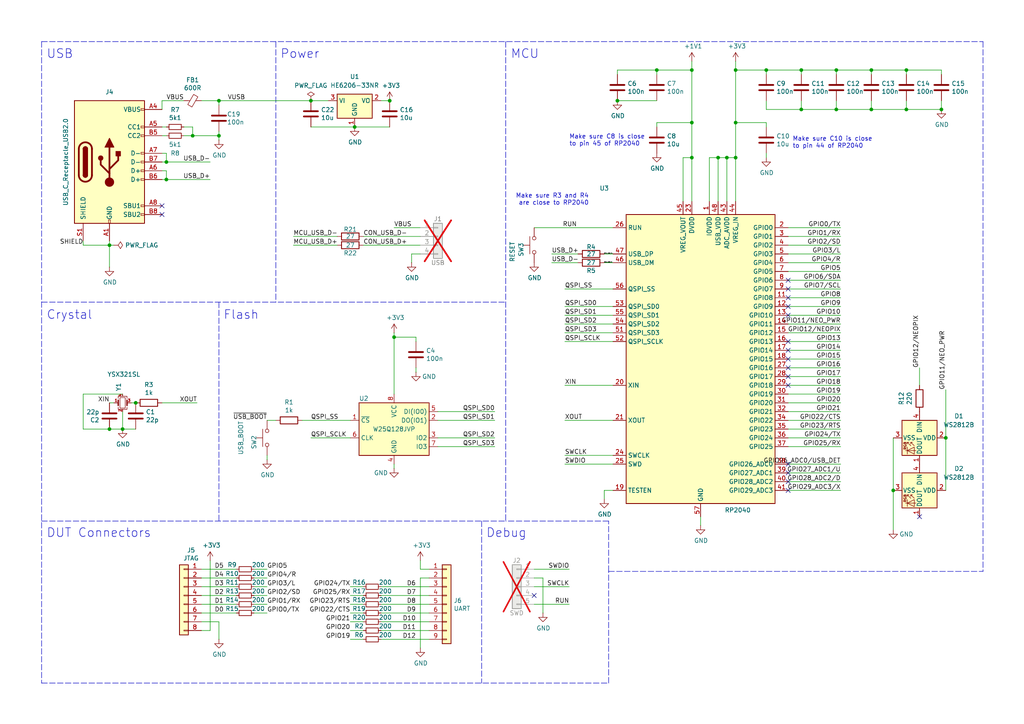
<source format=kicad_sch>
(kicad_sch (version 20231120) (generator "eeschema") (generator_version "8.0")
  (paper "A4")
  (title_block (title "Xiaomao JTAG and UART discovery tool") (date "2024-12-02") (rev "2.0a") (comment 1 "Rachel Mant <git@dragonmux.network>") (comment 2 "Joe FitzPatrick <joefitz@securinghw.com>") (comment 4 "License: CERN-OHL-S-2.0"))
  (junction (at 252.73 20.32))
  (junction (at 31.75 124.46))
  (junction (at 35.56 124.46))
  (junction (at 274.32 127))
  (junction (at 90.17 29.21))
  (junction (at 48.26 52.07))
  (junction (at 63.5 29.21))
  (junction (at 242.57 31.75))
  (junction (at 31.75 71.12))
  (junction (at 213.36 35.56))
  (junction (at 262.89 31.75))
  (junction (at 114.3 97.79))
  (junction (at 242.57 20.32))
  (junction (at 63.5 39.37))
  (junction (at 232.41 31.75))
  (junction (at 102.87 36.83))
  (junction (at 213.36 20.32))
  (junction (at 213.36 45.72))
  (junction (at 252.73 31.75))
  (junction (at 200.66 35.56))
  (junction (at 39.37 116.84))
  (junction (at 208.28 45.72))
  (junction (at 222.25 20.32))
  (junction (at 273.05 31.75))
  (junction (at 190.5 20.32))
  (junction (at 55.88 39.37))
  (junction (at 262.89 20.32))
  (junction (at 200.66 45.72))
  (junction (at 113.03 29.21))
  (junction (at 179.07 29.21))
  (junction (at 48.26 46.99))
  (junction (at 200.66 20.32))
  (junction (at 259.08 142.24))
  (junction (at 232.41 20.32))
  (junction (at 210.82 45.72))
  (no_connect (at 228.6 91.44))
  (no_connect (at 228.6 81.28))
  (no_connect (at 228.6 83.82))
  (no_connect (at 228.6 104.14))
  (no_connect (at 154.94 172.72))
  (no_connect (at 228.6 137.16))
  (no_connect (at 228.6 109.22))
  (no_connect (at 228.6 134.62))
  (no_connect (at 228.6 111.76))
  (no_connect (at 228.6 106.68))
  (no_connect (at 46.99 62.23))
  (no_connect (at 228.6 139.7))
  (no_connect (at 46.99 59.69))
  (no_connect (at 228.6 99.06))
  (no_connect (at 228.6 142.24))
  (no_connect (at 266.7 149.86))
  (no_connect (at 228.6 101.6))
  (no_connect (at 228.6 86.36))
  (no_connect (at 228.6 88.9))
  (wire (pts (xy 232.41 29.21) (xy 232.41 31.75)))
  (wire (pts (xy 177.8 83.82) (xy 163.83 83.82)))
  (wire (pts (xy 24.13 71.12) (xy 31.75 71.12)))
  (wire (pts (xy 101.6 170.18) (xy 105.41 170.18)))
  (wire (pts (xy 31.75 71.12) (xy 31.75 77.47)))
  (wire (pts (xy 228.6 116.84) (xy 243.84 116.84)))
  (wire (pts (xy 60.96 52.07) (xy 48.26 52.07)))
  (wire (pts (xy 73.66 175.26) (xy 77.47 175.26)))
  (wire (pts (xy 58.42 177.8) (xy 68.58 177.8)))
  (wire (pts (xy 48.26 44.45) (xy 48.26 46.99)))
  (wire (pts (xy 73.66 165.1) (xy 77.47 165.1)))
  (wire (pts (xy 127 121.92) (xy 143.51 121.92)))
  (wire (pts (xy 110.49 170.18) (xy 124.46 170.18)))
  (wire (pts (xy 101.6 180.34) (xy 105.41 180.34)))
  (wire (pts (xy 222.25 20.32) (xy 232.41 20.32)))
  (polyline (pts (xy 176.53 198.12) (xy 176.53 165.735)) (stroke (width 0) (type dash)))
  (wire (pts (xy 190.5 35.56) (xy 190.5 36.83)))
  (wire (pts (xy 228.6 68.58) (xy 243.84 68.58)))
  (wire (pts (xy 157.48 167.64) (xy 154.94 167.64)))
  (wire (pts (xy 228.6 137.16) (xy 243.84 137.16)))
  (wire (pts (xy 163.83 93.98) (xy 177.8 93.98)))
  (wire (pts (xy 63.5 40.64) (xy 63.5 39.37)))
  (wire (pts (xy 177.8 121.92) (xy 163.83 121.92)))
  (wire (pts (xy 77.47 177.8) (xy 73.66 177.8)))
  (polyline (pts (xy 80.01 12.065) (xy 80.01 87.63)) (stroke (width 0) (type dash)))
  (wire (pts (xy 228.6 139.7) (xy 243.84 139.7)))
  (wire (pts (xy 175.26 73.66) (xy 177.8 73.66)))
  (wire (pts (xy 228.6 93.98) (xy 243.84 93.98)))
  (polyline (pts (xy 12.065 12.065) (xy 12.065 198.12)) (stroke (width 0) (type dash)))
  (wire (pts (xy 85.09 71.12) (xy 97.79 71.12)))
  (wire (pts (xy 119.38 76.2) (xy 119.38 73.66)))
  (wire (pts (xy 154.94 170.18) (xy 165.1 170.18)))
  (wire (pts (xy 101.6 185.42) (xy 105.41 185.42)))
  (wire (pts (xy 213.36 35.56) (xy 222.25 35.56)))
  (wire (pts (xy 228.6 91.44) (xy 243.84 91.44)))
  (wire (pts (xy 252.73 20.32) (xy 262.89 20.32)))
  (wire (pts (xy 228.6 81.28) (xy 243.84 81.28)))
  (wire (pts (xy 205.74 45.72) (xy 208.28 45.72)))
  (polyline (pts (xy 12.065 12.065) (xy 285.115 12.065)) (stroke (width 0) (type dash)))
  (wire (pts (xy 228.6 101.6) (xy 243.84 101.6)))
  (wire (pts (xy 210.82 58.42) (xy 210.82 45.72)))
  (wire (pts (xy 232.41 20.32) (xy 232.41 21.59)))
  (wire (pts (xy 46.99 39.37) (xy 48.26 39.37)))
  (wire (pts (xy 228.6 129.54) (xy 243.84 129.54)))
  (wire (pts (xy 228.6 71.12) (xy 243.84 71.12)))
  (wire (pts (xy 114.3 134.62) (xy 114.3 135.89)))
  (wire (pts (xy 31.75 71.12) (xy 33.02 71.12)))
  (wire (pts (xy 228.6 96.52) (xy 243.84 96.52)))
  (wire (pts (xy 203.2 149.86) (xy 203.2 152.4)))
  (wire (pts (xy 63.5 185.42) (xy 63.5 180.34)))
  (wire (pts (xy 35.56 119.38) (xy 35.56 124.46)))
  (wire (pts (xy 179.07 20.32) (xy 190.5 20.32)))
  (wire (pts (xy 228.6 114.3) (xy 243.84 114.3)))
  (wire (pts (xy 24.13 124.46) (xy 31.75 124.46)))
  (wire (pts (xy 48.26 49.53) (xy 48.26 52.07)))
  (wire (pts (xy 200.66 17.78) (xy 200.66 20.32)))
  (wire (pts (xy 242.57 20.32) (xy 242.57 21.59)))
  (wire (pts (xy 213.36 45.72) (xy 213.36 58.42)))
  (wire (pts (xy 46.99 49.53) (xy 48.26 49.53)))
  (wire (pts (xy 213.36 17.78) (xy 213.36 20.32)))
  (wire (pts (xy 127 129.54) (xy 143.51 129.54)))
  (wire (pts (xy 266.7 106.68) (xy 266.7 111.76)))
  (wire (pts (xy 38.1 116.84) (xy 39.37 116.84)))
  (wire (pts (xy 90.17 36.83) (xy 102.87 36.83)))
  (wire (pts (xy 200.66 20.32) (xy 200.66 35.56)))
  (wire (pts (xy 163.83 88.9) (xy 177.8 88.9)))
  (wire (pts (xy 198.12 45.72) (xy 198.12 58.42)))
  (wire (pts (xy 105.41 71.12) (xy 121.92 71.12)))
  (wire (pts (xy 242.57 20.32) (xy 252.73 20.32)))
  (wire (pts (xy 262.89 29.21) (xy 262.89 31.75)))
  (wire (pts (xy 77.47 132.08) (xy 77.47 133.35)))
  (wire (pts (xy 24.13 114.3) (xy 24.13 124.46)))
  (wire (pts (xy 53.34 39.37) (xy 55.88 39.37)))
  (wire (pts (xy 259.08 142.24) (xy 259.08 153.67)))
  (wire (pts (xy 198.12 45.72) (xy 200.66 45.72)))
  (wire (pts (xy 35.56 124.46) (xy 39.37 124.46)))
  (wire (pts (xy 31.75 116.84) (xy 33.02 116.84)))
  (wire (pts (xy 228.6 83.82) (xy 243.84 83.82)))
  (wire (pts (xy 63.5 29.21) (xy 63.5 30.48)))
  (wire (pts (xy 58.42 170.18) (xy 68.58 170.18)))
  (wire (pts (xy 63.5 29.21) (xy 90.17 29.21)))
  (wire (pts (xy 48.26 46.99) (xy 60.96 46.99)))
  (polyline (pts (xy 146.685 12.065) (xy 146.685 151.13)) (stroke (width 0) (type dash)))
  (wire (pts (xy 175.26 142.24) (xy 175.26 144.78)))
  (wire (pts (xy 177.8 132.08) (xy 163.83 132.08)))
  (wire (pts (xy 190.5 35.56) (xy 200.66 35.56)))
  (wire (pts (xy 73.66 170.18) (xy 77.47 170.18)))
  (wire (pts (xy 120.65 106.68) (xy 120.65 107.95)))
  (wire (pts (xy 127 127) (xy 143.51 127)))
  (wire (pts (xy 274.32 113.03) (xy 274.32 127)))
  (wire (pts (xy 114.3 66.04) (xy 121.92 66.04)))
  (wire (pts (xy 53.34 29.21) (xy 46.99 29.21)))
  (wire (pts (xy 213.36 35.56) (xy 213.36 45.72)))
  (wire (pts (xy 31.75 69.85) (xy 31.75 71.12)))
  (wire (pts (xy 228.6 99.06) (xy 243.84 99.06)))
  (wire (pts (xy 110.49 180.34) (xy 124.46 180.34)))
  (wire (pts (xy 262.89 20.32) (xy 273.05 20.32)))
  (wire (pts (xy 242.57 31.75) (xy 252.73 31.75)))
  (wire (pts (xy 101.6 182.88) (xy 105.41 182.88)))
  (wire (pts (xy 242.57 29.21) (xy 242.57 31.75)))
  (wire (pts (xy 200.66 35.56) (xy 200.66 45.72)))
  (wire (pts (xy 228.6 109.22) (xy 243.84 109.22)))
  (wire (pts (xy 110.49 185.42) (xy 124.46 185.42)))
  (wire (pts (xy 48.26 46.99) (xy 46.99 46.99)))
  (wire (pts (xy 228.6 66.04) (xy 243.84 66.04)))
  (wire (pts (xy 228.6 142.24) (xy 243.84 142.24)))
  (wire (pts (xy 58.42 172.72) (xy 68.58 172.72)))
  (wire (pts (xy 127 119.38) (xy 143.51 119.38)))
  (wire (pts (xy 110.49 177.8) (xy 124.46 177.8)))
  (wire (pts (xy 110.49 182.88) (xy 124.46 182.88)))
  (wire (pts (xy 35.56 114.3) (xy 24.13 114.3)))
  (wire (pts (xy 77.47 172.72) (xy 73.66 172.72)))
  (wire (pts (xy 163.83 96.52) (xy 177.8 96.52)))
  (wire (pts (xy 55.88 39.37) (xy 63.5 39.37)))
  (wire (pts (xy 200.66 45.72) (xy 200.66 58.42)))
  (wire (pts (xy 210.82 45.72) (xy 213.36 45.72)))
  (wire (pts (xy 273.05 20.32) (xy 273.05 21.59)))
  (wire (pts (xy 31.75 124.46) (xy 35.56 124.46)))
  (wire (pts (xy 205.74 58.42) (xy 205.74 45.72)))
  (wire (pts (xy 24.13 69.85) (xy 24.13 71.12)))
  (wire (pts (xy 53.34 36.83) (xy 55.88 36.83)))
  (wire (pts (xy 200.66 20.32) (xy 190.5 20.32)))
  (wire (pts (xy 179.07 29.21) (xy 190.5 29.21)))
  (wire (pts (xy 222.25 31.75) (xy 232.41 31.75)))
  (wire (pts (xy 80.01 121.92) (xy 77.47 121.92)))
  (wire (pts (xy 213.36 20.32) (xy 222.25 20.32)))
  (wire (pts (xy 190.5 20.32) (xy 190.5 21.59)))
  (wire (pts (xy 222.25 20.32) (xy 222.25 21.59)))
  (wire (pts (xy 262.89 20.32) (xy 262.89 21.59)))
  (wire (pts (xy 154.94 175.26) (xy 165.1 175.26)))
  (wire (pts (xy 222.25 44.45) (xy 222.25 45.72)))
  (wire (pts (xy 154.94 165.1) (xy 165.1 165.1)))
  (polyline (pts (xy 176.53 151.13) (xy 146.685 151.13)) (stroke (width 0) (type dash)))
  (wire (pts (xy 228.6 127) (xy 243.84 127)))
  (wire (pts (xy 120.65 97.79) (xy 114.3 97.79)))
  (wire (pts (xy 175.26 142.24) (xy 177.8 142.24)))
  (wire (pts (xy 228.6 104.14) (xy 243.84 104.14)))
  (wire (pts (xy 175.26 76.2) (xy 177.8 76.2)))
  (wire (pts (xy 77.47 167.64) (xy 73.66 167.64)))
  (wire (pts (xy 120.65 99.06) (xy 120.65 97.79)))
  (wire (pts (xy 110.49 172.72) (xy 124.46 172.72)))
  (wire (pts (xy 222.25 36.83) (xy 222.25 35.56)))
  (wire (pts (xy 177.8 99.06) (xy 163.83 99.06)))
  (wire (pts (xy 46.99 44.45) (xy 48.26 44.45)))
  (wire (pts (xy 101.6 175.26) (xy 105.41 175.26)))
  (wire (pts (xy 228.6 88.9) (xy 243.84 88.9)))
  (wire (pts (xy 46.99 52.07) (xy 48.26 52.07)))
  (wire (pts (xy 90.17 127) (xy 101.6 127)))
  (wire (pts (xy 105.41 68.58) (xy 121.92 68.58)))
  (polyline (pts (xy 139.7 151.13) (xy 139.7 198.12)) (stroke (width 0) (type dash)))
  (wire (pts (xy 58.42 165.1) (xy 68.58 165.1)))
  (wire (pts (xy 228.6 111.76) (xy 243.84 111.76)))
  (wire (pts (xy 110.49 175.26) (xy 124.46 175.26)))
  (wire (pts (xy 60.96 162.56) (xy 60.96 182.88)))
  (wire (pts (xy 262.89 31.75) (xy 273.05 31.75)))
  (wire (pts (xy 232.41 20.32) (xy 242.57 20.32)))
  (wire (pts (xy 63.5 180.34) (xy 58.42 180.34)))
  (wire (pts (xy 101.6 177.8) (xy 105.41 177.8)))
  (wire (pts (xy 160.02 76.2) (xy 167.64 76.2)))
  (polyline (pts (xy 176.53 165.735) (xy 176.53 151.13)) (stroke (width 0) (type dash)))
  (wire (pts (xy 228.6 121.92) (xy 243.84 121.92)))
  (polyline (pts (xy 12.065 151.13) (xy 146.685 151.13)) (stroke (width 0) (type dash)))
  (polyline (pts (xy 176.53 165.735) (xy 285.115 165.735)) (stroke (width 0) (type dash)))
  (wire (pts (xy 58.42 167.64) (xy 68.58 167.64)))
  (wire (pts (xy 110.49 29.21) (xy 113.03 29.21)))
  (wire (pts (xy 213.36 20.32) (xy 213.36 35.56)))
  (polyline (pts (xy 12.065 198.12) (xy 176.53 198.12)) (stroke (width 0) (type dash)))
  (wire (pts (xy 121.92 167.64) (xy 121.92 187.96)))
  (wire (pts (xy 60.96 182.88) (xy 58.42 182.88)))
  (wire (pts (xy 85.09 68.58) (xy 97.79 68.58)))
  (wire (pts (xy 154.94 66.04) (xy 177.8 66.04)))
  (polyline (pts (xy 285.115 12.065) (xy 285.115 165.735)) (stroke (width 0) (type dash)))
  (wire (pts (xy 232.41 31.75) (xy 242.57 31.75)))
  (wire (pts (xy 63.5 38.1) (xy 63.5 39.37)))
  (wire (pts (xy 163.83 91.44) (xy 177.8 91.44)))
  (wire (pts (xy 228.6 78.74) (xy 243.84 78.74)))
  (wire (pts (xy 252.73 31.75) (xy 262.89 31.75)))
  (wire (pts (xy 179.07 21.59) (xy 179.07 20.32)))
  (wire (pts (xy 46.99 116.84) (xy 57.15 116.84)))
  (wire (pts (xy 208.28 58.42) (xy 208.28 45.72)))
  (wire (pts (xy 58.42 29.21) (xy 63.5 29.21)))
  (wire (pts (xy 228.6 119.38) (xy 243.84 119.38)))
  (wire (pts (xy 114.3 96.52) (xy 114.3 97.79)))
  (wire (pts (xy 228.6 73.66) (xy 243.84 73.66)))
  (wire (pts (xy 252.73 29.21) (xy 252.73 31.75)))
  (wire (pts (xy 114.3 97.79) (xy 114.3 114.3)))
  (wire (pts (xy 228.6 76.2) (xy 243.84 76.2)))
  (wire (pts (xy 157.48 177.8) (xy 157.48 167.64)))
  (wire (pts (xy 105.41 172.72) (xy 101.6 172.72)))
  (wire (pts (xy 252.73 20.32) (xy 252.73 21.59)))
  (wire (pts (xy 55.88 36.83) (xy 55.88 39.37)))
  (polyline (pts (xy 63.5 87.63) (xy 63.5 151.13)) (stroke (width 0) (type dash)))
  (wire (pts (xy 228.6 134.62) (xy 243.84 134.62)))
  (wire (pts (xy 46.99 29.21) (xy 46.99 31.75)))
  (wire (pts (xy 177.8 134.62) (xy 163.83 134.62)))
  (polyline (pts (xy 12.065 87.63) (xy 146.685 87.63)) (stroke (width 0) (type dash)))
  (wire (pts (xy 58.42 175.26) (xy 68.58 175.26)))
  (wire (pts (xy 208.28 45.72) (xy 210.82 45.72)))
  (wire (pts (xy 259.08 127) (xy 259.08 142.24)))
  (wire (pts (xy 273.05 29.21) (xy 273.05 31.75)))
  (wire (pts (xy 228.6 86.36) (xy 243.84 86.36)))
  (wire (pts (xy 119.38 73.66) (xy 121.92 73.66)))
  (wire (pts (xy 228.6 124.46) (xy 243.84 124.46)))
  (wire (pts (xy 160.02 73.66) (xy 167.64 73.66)))
  (wire (pts (xy 228.6 106.68) (xy 243.84 106.68)))
  (wire (pts (xy 121.92 167.64) (xy 124.46 167.64)))
  (wire (pts (xy 163.83 111.76) (xy 177.8 111.76)))
  (wire (pts (xy 222.25 29.21) (xy 222.25 31.75)))
  (wire (pts (xy 121.92 165.1) (xy 124.46 165.1)))
  (wire (pts (xy 274.32 127) (xy 274.32 142.24)))
  (wire (pts (xy 102.87 36.83) (xy 113.03 36.83)))
  (wire (pts (xy 90.17 29.21) (xy 95.25 29.21)))
  (wire (pts (xy 87.63 121.92) (xy 101.6 121.92)))
  (wire (pts (xy 48.26 36.83) (xy 46.99 36.83)))
  (wire (pts (xy 121.92 162.56) (xy 121.92 165.1)))
  (text "Make sure C10 is close\nto pin 44 of RP2040" (at 229.87 43.18 0) (effects (font (size 1.27 1.27)) (justify left bottom)))
  (text "Make sure C8 is close \nto pin 45 of RP2040" (at 165.1 42.545 0) (effects (font (size 1.27 1.27)) (justify left bottom)))
  (text "USB" (at 13.462 15.748 0) (effects (font (size 2.54 2.54)) (justify left)))
  (text "Make sure R3 and R4\nare close to RP2040" (at 170.815 59.69 0) (effects (font (size 1.27 1.27)) (justify right bottom)))
  (text "Debug" (at 140.97 154.686 0) (effects (font (size 2.54 2.54)) (justify left)))
  (text "Flash" (at 64.77 91.44 0) (effects (font (size 2.54 2.54)) (justify left)))
  (text "Crystal" (at 13.462 91.44 0) (effects (font (size 2.54 2.54)) (justify left)))
  (text "Power" (at 81.28 15.748 0) (effects (font (size 2.54 2.54)) (justify left)))
  (text "MCU" (at 148.082 15.748 0) (effects (font (size 2.54 2.54)) (justify left)))
  (text "DUT Connectors" (at 13.462 154.686 0) (effects (font (size 2.54 2.54)) (justify left)))
  (label "D4" (at 62.23 167.64 0))
  (label "MCU_USB_D+" (at 85.09 71.12 0))
  (label "GPIO2{slash}SD" (at 77.47 172.72 0))
  (label "QSPI_SD3" (at 143.51 129.54 180))
  (label "GPIO1{slash}RX" (at 77.47 175.26 0))
  (label "RUN" (at 163.195 66.04 0))
  (label "GPIO14" (at 243.84 101.6 180))
  (label "D5" (at 62.23 165.1 0))
  (label "QSPI_SD2" (at 163.83 93.98 0))
  (label "XOUT" (at 163.83 121.92 0))
  (label "GPIO24/TX" (at 243.84 127 180))
  (label "GPIO15" (at 243.84 104.14 180))
  (label "QSPI_SS" (at 163.83 83.82 0))
  (label "VBUS" (at 114.3 66.04 0))
  (label "GPIO11{slash}NEO_PWR" (at 243.84 93.98 180))
  (label "GPIO29_ADC3{slash}X" (at 243.84 142.24 180))
  (label "~{USB_BOOT}" (at 77.47 121.92 180))
  (label "D6" (at 120.65 170.18 180))
  (label "GPIO28_ADC2{slash}D" (at 243.84 139.7 180))
  (label "GPIO17" (at 243.84 109.22 180))
  (label "SWDIO" (at 165.1 165.1 180))
  (label "GPIO23/RTS" (at 101.6 175.26 180))
  (label "GPIO24/TX" (at 101.6 170.18 180))
  (label "D0" (at 62.23 177.8 0))
  (label "GPIO12{slash}NEOPIX" (at 243.84 96.52 180))
  (label "GPIO11{slash}NEO_PWR" (at 274.32 113.03 90))
  (label "GPIO23/RTS" (at 243.84 124.46 180))
  (label "RUN" (at 165.1 175.26 180))
  (label "GPIO16" (at 243.84 106.68 180))
  (label "SWCLK" (at 163.83 132.08 0))
  (label "USB_D-" (at 60.96 46.99 180))
  (label "XIN" (at 163.83 111.76 0))
  (label "D8" (at 120.65 175.26 180))
  (label "QSPI_SD0" (at 143.51 119.38 180))
  (label "SHIELD" (at 24.13 71.12 180))
  (label "GPIO10" (at 243.84 91.44 180))
  (label "GPIO20" (at 243.84 116.84 180))
  (label "GPIO27_ADC1{slash}U" (at 243.84 137.16 180))
  (label "USB_D+" (at 160.02 73.66 0))
  (label "SWDIO" (at 163.83 134.62 0))
  (label "QSPI_SD1" (at 143.51 121.92 180))
  (label "QSPI_SCLK" (at 163.83 99.06 0))
  (label "GPIO4{slash}R" (at 243.84 76.2 180))
  (label "GPIO9" (at 243.84 88.9 180))
  (label "QSPI_SD1" (at 163.83 91.44 0))
  (label "GPIO2{slash}SD" (at 243.84 71.12 180))
  (label "GPIO6{slash}SDA" (at 243.84 81.28 180))
  (label "D7" (at 120.65 172.72 180))
  (label "USB_D-" (at 160.02 76.2 0))
  (label "GPIO22/CTS" (at 243.84 121.92 180))
  (label "CON_USB_D-" (at 118.11 68.58 180))
  (label "GPIO22/CTS" (at 101.6 177.8 180))
  (label "GPIO25/RX" (at 101.6 172.72 180))
  (label "USB_D+" (at 60.96 52.07 180))
  (label "GPIO3{slash}L" (at 77.47 170.18 0))
  (label "GPIO26_ADC0{slash}USB_DET" (at 243.84 134.62 180))
  (label "GPIO19" (at 243.84 114.3 180))
  (label "GPIO7{slash}SCL" (at 243.84 83.82 180))
  (label "GPIO5" (at 77.47 165.1 0))
  (label "GPIO18" (at 243.84 111.76 180))
  (label "QSPI_SD2" (at 143.51 127 180))
  (label "GPIO0{slash}TX" (at 243.84 66.04 180))
  (label "QSPI_SD0" (at 163.83 88.9 0))
  (label "D1" (at 62.23 175.26 0))
  (label "GPIO19" (at 101.6 185.42 180))
  (label "XIN" (at 31.75 116.84 180))
  (label "QSPI_SS" (at 90.17 121.92 0))
  (label "CON_USB_D+" (at 118.11 71.12 180))
  (label "MCU_USB_D-" (at 85.09 68.58 0))
  (label "MCU_USB_D-" (at 177.8 76.2 180) (effects (font (size 0.254 0.254))))
  (label "GPIO4{slash}R" (at 77.47 167.64 0))
  (label "GPIO21" (at 101.6 180.34 180))
  (label "GPIO5" (at 243.84 78.74 180))
  (label "GPIO25/RX" (at 243.84 129.54 180))
  (label "D11" (at 120.65 182.88 180))
  (label "D3" (at 62.23 170.18 0))
  (label "GPIO21" (at 243.84 119.38 180))
  (label "QSPI_SD3" (at 163.83 96.52 0))
  (label "QSPI_SCLK" (at 90.17 127 0))
  (label "GPIO0{slash}TX" (at 77.47 177.8 0))
  (label "VUSB" (at 71.12 29.21 180))
  (label "GPIO3{slash}L" (at 243.84 73.66 180))
  (label "GPIO1{slash}RX" (at 243.84 68.58 180))
  (label "SWCLK" (at 165.1 170.18 180))
  (label "GPIO12{slash}NEOPIX" (at 266.7 106.68 90))
  (label "D9" (at 120.65 177.8 180))
  (label "GPIO13" (at 243.84 99.06 180))
  (label "XOUT" (at 57.15 116.84 180))
  (label "MCU_USB_D+" (at 177.8 73.66 180) (effects (font (size 0.254 0.254))))
  (label "GPIO20" (at 101.6 182.88 180))
  (label "VBUS" (at 53.34 29.21 180))
  (label "GPIO8" (at 243.84 86.36 180))
  (label "D2" (at 62.23 172.72 0))
  (label "D12" (at 120.65 185.42 180))
  (label "D10" (at 120.65 180.34 180))
  (symbol (lib_id "power:GND") (at 63.5 40.64 0) (unit 1)
    (property "Reference" "#PWR022" (effects (hide yes)))
    (property "Value" "GND" (at 63.627 45.0342 0))
    (property "Description" "Power symbol creates a global label with name \"GND\" , ground" (effects (hide yes)))
  )
  (symbol (lib_id "power:GND") (at 121.92 187.96 0) (unit 1)
    (property "Reference" "#PWR05" (effects (hide yes)))
    (property "Value" "GND" (at 122.047 192.3542 0))
    (property "Description" "Power symbol creates a global label with name \"GND\" , ground" (effects (hide yes)))
  )
  (symbol (lib_id "power:+3V3") (at 121.92 162.56 0) (unit 1)
    (property "Reference" "#PWR01" (effects (hide yes)))
    (property "Value" "+3V3" (at 122.301 158.1658 0))
    (property "Description" "Power symbol creates a global label with name \"+3V3\"" (effects (hide yes)))
  )
  (symbol (lib_id "power:GND") (at 222.25 45.72 0) (unit 1)
    (property "Reference" "#PWR018" (effects (hide yes)))
    (property "Value" "GND" (at 222.377 50.1142 0))
    (property "Description" "Power symbol creates a global label with name \"GND\" , ground" (effects (hide yes)))
  )
  (symbol (lib_id "Switch:SW_Push") (at 154.94 71.12 90) (mirror x) (unit 1)
    (property "Reference" "SW3" (at 151.13 72.39 0))
    (property "Value" "RESET" (at 148.59 73.025 0))
    (property "Footprint" "rhais_button-smd:B3U-1000P-B" (effects (hide yes)))
    (property "Datasheet" "https://www.lcsc.com/datasheet/lcsc_datasheet_2411211210_DEALON-TD-1183SN-1-7H-160_C2905194.pdf" (effects (hide yes)))
    (property "LCSC" "C2905194" (effects (hide yes)))
    (property "P/N" "TD-1183SN-1.7H-160" (effects (hide yes)))
    (property "Price" "$0.41" (effects (hide yes)))
    (property "mfg" "Dealon" (effects (hide yes)))
  )
  (symbol (lib_id "power:GND") (at 114.3 135.89 0) (unit 1)
    (property "Reference" "#PWR08" (effects (hide yes)))
    (property "Value" "GND" (at 110.49 137.16 0))
    (property "Description" "Power symbol creates a global label with name \"GND\" , ground" (effects (hide yes)))
  )
  (symbol (lib_id "Connector_Generic:Conn_01x04") (at 127 68.58 0) (unit 1) (dnp yes)
    (property "Reference" "J1" (at 127 63.5 0))
    (property "Value" "USB" (at 127 76.2 0))
    (property "Footprint" "rhais_connector-pinheader:PinHeader_1x04_P2.54mm_Vertical" (effects (hide yes)))
    (property "Description" "Generic connector, single row, 01x04, script generated (kicad-library-utils/schlib/autogen/connector/)" (effects (hide yes)))
  )
  (symbol (lib_id "Device:C") (at 262.89 25.4 0) (unit 1)
    (property "Reference" "C14" (at 265.811 24.2316 0) (effects (justify left)))
    (property "Value" "100n" (at 265.811 26.543 0) (effects (justify left)))
    (property "Footprint" "rhais_rcl:C0402" (effects (hide yes)))
    (property "LCSC" "C1525" (effects (hide yes)))
    (property "P/N" "CL05B104KO5NNNC" (effects (hide yes)))
    (property "Price" "$0.00" (effects (hide yes)))
    (property "mfg" "Samsung" (effects (hide yes)))
  )
  (symbol (lib_id "xiaomao:QSPI_Flash-EP") (at 114.3 124.46 0) (unit 1)
    (property "Reference" "U2" (at 104.14 115.57 0) (effects (justify left)))
    (property "Value" "W25Q128JVP" (at 114.3 124.46 0))
    (property "Footprint" "rhais_package-qfn:UDFN-8-1EP_6x5mm_P1.27mm_EP3.4x4mm" (effects (hide yes)))
    (property "Datasheet" "http://www.winbond.com/resource-files/w25q128jv_dtr%20revc%2003272018%20plus.pdf" (effects (hide yes)))
    (property "LCSC" "C190862" (effects (hide yes)))
    (property "P/N" "W25Q128JVPIQ" (effects (hide yes)))
    (property "Price" "$0.65" (effects (hide yes)))
    (property "JLCPCB Rotation Offset" "-90" (effects (hide yes)))
    (property "mfg" "Winbond" (effects (hide yes)))
  )
  (symbol (lib_id "Device:R_Small") (at 107.95 170.18 270) (unit 1)
    (property "Reference" "R16" (at 104.14 168.91 90))
    (property "Value" "200" (at 111.76 168.91 90))
    (property "Footprint" "rhais_rcl:R0603" (effects (hide yes)))
    (property "LCSC" "C8218" (effects (hide yes)))
    (property "P/N" "0603WAF2000T5E" (effects (hide yes)))
  )
  (symbol (lib_id "Device:R_Small") (at 50.8 39.37 90) (mirror x) (unit 1)
    (property "Reference" "R8" (at 50.8 44.45 90))
    (property "Value" "5k1" (at 50.8 41.91 90))
    (property "Footprint" "rhais_rcl:R0402" (effects (hide yes)))
    (property "P/N" "0402WGF5101TCE" (effects (hide yes)))
    (property "LCSC" "C25905" (effects (hide yes)))
    (property "Price" "$0.00" (effects (hide yes)))
    (property "mfg" "UNI-ROYAL" (effects (hide yes)))
  )
  (symbol (lib_id "power:GND") (at 175.26 144.78 0) (unit 1)
    (property "Reference" "#PWR015" (effects (hide yes)))
    (property "Value" "GND" (at 175.387 149.1742 0))
    (property "Description" "Power symbol creates a global label with name \"GND\" , ground" (effects (hide yes)))
  )
  (symbol (lib_id "Device:R_Small") (at 71.12 177.8 270) (unit 1)
    (property "Reference" "R15" (at 67.31 176.53 90))
    (property "Value" "200" (at 74.93 176.53 90))
    (property "Footprint" "rhais_rcl:R0603" (effects (hide yes)))
    (property "LCSC" "C8218" (effects (hide yes)))
    (property "P/N" "0603WAF2000T5E" (effects (hide yes)))
  )
  (symbol (lib_id "Device:R_Small") (at 107.95 177.8 270) (unit 1)
    (property "Reference" "R19" (at 104.14 176.53 90))
    (property "Value" "200" (at 111.76 176.53 90))
    (property "Footprint" "rhais_rcl:R0603" (effects (hide yes)))
    (property "LCSC" "C8218" (effects (hide yes)))
    (property "P/N" "0603WAF2000T5E" (effects (hide yes)))
  )
  (symbol (lib_id "power:GND") (at 120.65 107.95 0) (unit 1)
    (property "Reference" "#PWR09" (effects (hide yes)))
    (property "Value" "GND" (at 124.46 109.22 0))
    (property "Description" "Power symbol creates a global label with name \"GND\" , ground" (effects (hide yes)))
  )
  (symbol (lib_id "power:GND") (at 203.2 152.4 0) (unit 1)
    (property "Reference" "#PWR016" (effects (hide yes)))
    (property "Value" "GND" (at 203.327 156.7942 0))
    (property "Description" "Power symbol creates a global label with name \"GND\" , ground" (effects (hide yes)))
  )
  (symbol (lib_id "Connector:USB_C_Receptacle_USB2.0_16P") (at 31.75 46.99 0) (unit 1)
    (property "Reference" "J4" (at 31.75 26.67 0))
    (property "Value" "USB_C_Receptacle_USB2.0" (at 19.05 46.99 90))
    (property "Footprint" "rhais_usb:USB_C_Receptacle_HRO_TYPE-C-31-M-12" (effects (hide yes)))
    (property "Datasheet" "https://www.usb.org/sites/default/files/documents/usb_type-c.zip" (effects (hide yes)))
    (property "Description" "USB 2.0-only 16P Type-C Receptacle connector" (effects (hide yes)))
    (property "P/N" "USB-TYPE-C-018" (effects (hide yes)))
    (property "LCSC" "C2927038" (effects (hide yes)))
    (property "Price" "$0.20" (effects (hide yes)))
    (property "JLCPCB Position Offset" "0,1.27" (effects (hide yes)))
    (property "mfg" "DEALON" (effects (hide yes)))
  )
  (symbol (lib_id "power:GND") (at 35.56 124.46 0) (unit 1)
    (property "Reference" "#PWR03" (effects (hide yes)))
    (property "Value" "GND" (at 35.687 128.8542 0))
    (property "Description" "Power symbol creates a global label with name \"GND\" , ground" (effects (hide yes)))
  )
  (symbol (lib_id "power:PWR_FLAG") (at 90.17 29.21 0) (unit 1)
    (property "Reference" "#FLG02" (effects (hide yes)))
    (property "Value" "PWR_FLAG" (at 90.17 24.8158 0))
    (property "Description" "Special symbol for telling ERC where power comes from" (effects (hide yes)))
  )
  (symbol (lib_id "Device:R") (at 171.45 76.2 90) (unit 1)
    (property "Reference" "R5" (at 171.45 78.486 90))
    (property "Value" "27" (at 171.45 76.2 90))
    (property "Footprint" "rhais_rcl:R0402" (effects (hide yes)))
    (property "LCSC" "C25100" (effects (hide yes)))
    (property "P/N" "0402WGF270JTCE" (effects (hide yes)))
    (property "Price" "$0.00" (effects (hide yes)))
    (property "mfg" "UNI-ROYAL" (effects (hide yes)))
  )
  (symbol (lib_id "Switch:SW_Push") (at 77.47 127 90) (mirror x) (unit 1)
    (property "Reference" "SW2" (at 73.66 128.27 0))
    (property "Value" "USB_BOOT" (at 69.85 127 0))
    (property "Footprint" "rhais_button-smd:B3U-1000P-B" (effects (hide yes)))
    (property "Datasheet" "https://www.lcsc.com/datasheet/lcsc_datasheet_2411211210_DEALON-TD-1183SN-1-7H-160_C2905194.pdf" (effects (hide yes)))
    (property "LCSC" "C2905194" (effects (hide yes)))
    (property "P/N" "TD-1183SN-1.7H-160" (effects (hide yes)))
    (property "Price" "$0.41 " (effects (hide yes)))
    (property "mfg" "Dealon" (effects (hide yes)))
  )
  (symbol (lib_id "Device:C") (at 179.07 25.4 0) (unit 1)
    (property "Reference" "C6" (at 181.991 24.2316 0) (effects (justify left)))
    (property "Value" "100n" (at 181.991 26.543 0) (effects (justify left)))
    (property "Footprint" "rhais_rcl:C0402" (effects (hide yes)))
    (property "LCSC" "C1525" (effects (hide yes)))
    (property "P/N" "CL05B104KO5NNNC" (effects (hide yes)))
    (property "Price" "$0.00" (effects (hide yes)))
    (property "mfg" "Samsung" (effects (hide yes)))
  )
  (symbol (lib_id "power:GND") (at 259.08 153.67 0) (mirror y) (unit 1)
    (property "Reference" "#PWR023" (effects (hide yes)))
    (property "Value" "GND" (at 262.89 154.94 0))
    (property "Description" "Power symbol creates a global label with name \"GND\" , ground" (effects (hide yes)))
  )
  (symbol (lib_id "Device:R_Small") (at 107.95 175.26 270) (unit 1)
    (property "Reference" "R18" (at 104.14 173.99 90))
    (property "Value" "200" (at 111.76 173.99 90))
    (property "Footprint" "rhais_rcl:R0603" (effects (hide yes)))
    (property "LCSC" "C8218" (effects (hide yes)))
    (property "P/N" "0603WAF2000T5E" (effects (hide yes)))
  )
  (symbol (lib_id "ws2812:WS2812B_1x1") (at 266.7 142.24 270) (unit 1)
    (property "Reference" "D2" (at 278.13 135.9214 90))
    (property "Value" "WS2812B" (at 278.13 138.4614 90))
    (property "Footprint" "xiaomao:LED_WS2812B_PLCC4_1x1mm" (effects (hide yes)))
    (property "Datasheet" "https://datasheet.lcsc.com/lcsc/2402181502_XINGLIGHT-XL-1010RGBC-WS2812B_C5349953.pdf" (effects (hide yes)))
    (property "Description" "RGB LED with integrated controller" (effects (hide yes)))
    (property "LCSC" "C5349953" (effects (hide yes)))
    (property "P/N" "XL-1010RGBC-WS2812B" (effects (hide yes)))
    (property "JLCPCB Rotation Offset" "90" (effects (hide yes)))
    (property "mfg" "XINGLIGHT" (effects (hide yes)))
  )
  (symbol (lib_id "power:GND") (at 154.94 76.2 0) (unit 1)
    (property "Reference" "#PWR013" (effects (hide yes)))
    (property "Value" "GND" (at 155.067 80.5942 0))
    (property "Description" "Power symbol creates a global label with name \"GND\" , ground" (effects (hide yes)))
  )
  (symbol (lib_id "Device:C") (at 222.25 25.4 0) (unit 1)
    (property "Reference" "C9" (at 225.171 24.2316 0) (effects (justify left)))
    (property "Value" "100n" (at 225.171 26.543 0) (effects (justify left)))
    (property "Footprint" "rhais_rcl:C0402" (effects (hide yes)))
    (property "LCSC" "C1525" (effects (hide yes)))
    (property "P/N" "CL05B104KO5NNNC" (effects (hide yes)))
    (property "Price" "$0.00" (effects (hide yes)))
    (property "mfg" "Samsung" (effects (hide yes)))
  )
  (symbol (lib_id "Device:R_Small") (at 71.12 172.72 270) (unit 1)
    (property "Reference" "R13" (at 67.31 171.45 90))
    (property "Value" "200" (at 74.93 171.45 90))
    (property "Footprint" "rhais_rcl:R0603" (effects (hide yes)))
    (property "LCSC" "C8218" (effects (hide yes)))
    (property "P/N" "0603WAF2000T5E" (effects (hide yes)))
  )
  (symbol (lib_id "power:GND") (at 273.05 31.75 0) (unit 1)
    (property "Reference" "#PWR019" (effects (hide yes)))
    (property "Value" "GND" (at 273.177 36.1442 0))
    (property "Description" "Power symbol creates a global label with name \"GND\" , ground" (effects (hide yes)))
  )
  (symbol (lib_id "Device:C") (at 242.57 25.4 0) (unit 1)
    (property "Reference" "C12" (at 245.491 24.2316 0) (effects (justify left)))
    (property "Value" "100n" (at 245.491 26.543 0) (effects (justify left)))
    (property "Footprint" "rhais_rcl:C0402" (effects (hide yes)))
    (property "LCSC" "C1525" (effects (hide yes)))
    (property "P/N" "CL05B104KO5NNNC" (effects (hide yes)))
    (property "Price" "$0.00" (effects (hide yes)))
    (property "mfg" "Samsung" (effects (hide yes)))
  )
  (symbol (lib_id "Device:C") (at 120.65 102.87 0) (unit 1)
    (property "Reference" "C4" (at 123.571 101.7016 0) (effects (justify left)))
    (property "Value" "100n" (at 123.571 104.013 0) (effects (justify left)))
    (property "Footprint" "rhais_rcl:C0402" (effects (hide yes)))
    (property "LCSC" "C1525" (effects (hide yes)))
    (property "P/N" "CL05B104KO5NNNC" (effects (hide yes)))
    (property "Price" "$0.00" (effects (hide yes)))
    (property "mfg" "Samsung" (effects (hide yes)))
  )
  (symbol (lib_id "power:GND") (at 102.87 36.83 0) (unit 1)
    (property "Reference" "#PWR04" (effects (hide yes)))
    (property "Value" "GND" (at 102.997 41.2242 0))
    (property "Description" "Power symbol creates a global label with name \"GND\" , ground" (effects (hide yes)))
  )
  (symbol (lib_id "Device:Crystal_GND24_Small") (at 35.56 116.84 0) (unit 1)
    (property "Reference" "Y1" (at 34.3916 113.5126 90) (effects (justify left)))
    (property "Value" "YSX321SL" (at 31.115 108.585 0) (effects (justify left)))
    (property "Footprint" "rhais_osc:SMD3225" (effects (hide yes)))
    (property "Datasheet" "https://datasheet.lcsc.com/lcsc/2304140030_YXC-X322512MSB4SI_C9002.pdf" (effects (hide yes)))
    (property "LCSC" "C9002" (effects (hide yes)))
    (property "P/N" "X322512MSB4SI" (effects (hide yes)))
    (property "Price" "$0.06" (effects (hide yes)))
    (property "mfg" "YXC" (effects (hide yes)))
  )
  (symbol (lib_id "Device:FerriteBead_Small") (at 55.88 29.21 270) (unit 1)
    (property "Reference" "FB1" (at 55.88 23.1902 90))
    (property "Value" "600R" (at 55.88 25.5016 90))
    (property "Footprint" "rhais_rcl:L0402" (effects (hide yes)))
    (property "Description" "Ferrite bead, small symbol" (effects (hide yes)))
    (property "P/N" "GZ1608D601TF" (effects (hide yes)))
    (property "LCSC" "C1002" (effects (hide yes)))
  )
  (symbol (lib_id "Device:C") (at 222.25 40.64 0) (unit 1)
    (property "Reference" "C10" (at 225.171 39.4716 0) (effects (justify left)))
    (property "Value" "10u" (at 225.171 41.783 0) (effects (justify left)))
    (property "Footprint" "rhais_rcl:C0402" (effects (hide yes)))
    (property "LCSC" "C15525" (effects (hide yes)))
    (property "P/N" "CL05A106MQ5NUNC" (effects (hide yes)))
    (property "Price" "$0.00" (effects (hide yes)))
    (property "mfg" "Samsung" (effects (hide yes)))
  )
  (symbol (lib_id "Device:R_Small") (at 71.12 165.1 270) (unit 1)
    (property "Reference" "R9" (at 67.31 163.83 90))
    (property "Value" "200" (at 74.93 163.83 90))
    (property "Footprint" "rhais_rcl:R0603" (effects (hide yes)))
    (property "LCSC" "C8218" (effects (hide yes)))
    (property "P/N" "0603WAF2000T5E" (effects (hide yes)))
  )
  (symbol (lib_id "power:GND") (at 190.5 44.45 0) (unit 1)
    (property "Reference" "#PWR021" (effects (hide yes)))
    (property "Value" "GND" (at 190.627 48.8442 0))
    (property "Description" "Power symbol creates a global label with name \"GND\" , ground" (effects (hide yes)))
  )
  (symbol (lib_id "Device:C") (at 273.05 25.4 0) (unit 1)
    (property "Reference" "C15" (at 275.971 24.2316 0) (effects (justify left)))
    (property "Value" "100n" (at 275.971 26.543 0) (effects (justify left)))
    (property "Footprint" "rhais_rcl:C0402" (effects (hide yes)))
    (property "LCSC" "C1525" (effects (hide yes)))
    (property "P/N" "CL05B104KO5NNNC" (effects (hide yes)))
    (property "Price" "$0.00" (effects (hide yes)))
    (property "mfg" "Samsung" (effects (hide yes)))
  )
  (symbol (lib_id "power:+3V3") (at 114.3 96.52 0) (unit 1)
    (property "Reference" "#PWR07" (effects (hide yes)))
    (property "Value" "+3V3" (at 114.681 92.1258 0))
    (property "Description" "Power symbol creates a global label with name \"+3V3\"" (effects (hide yes)))
  )
  (symbol (lib_id "power:GND") (at 77.47 133.35 0) (unit 1)
    (property "Reference" "#PWR02" (effects (hide yes)))
    (property "Value" "GND" (at 77.597 137.7442 0))
    (property "Description" "Power symbol creates a global label with name \"GND\" , ground" (effects (hide yes)))
  )
  (symbol (lib_id "Device:C") (at 63.5 34.29 0) (unit 1)
    (property "Reference" "C19" (at 65.8368 33.1216 0) (effects (justify left)))
    (property "Value" "100n" (at 65.8368 35.433 0) (effects (justify left)))
    (property "Footprint" "rhais_rcl:C0402" (effects (hide yes)))
    (property "P/N" "CL05B104KO5NNNC" (effects (hide yes)))
    (property "LCSC" "C1525" (effects (hide yes)))
    (property "Price" "$0.00" (effects (hide yes)))
    (property "mfg" "Samsung" (effects (hide yes)))
  )
  (symbol (lib_id "Device:C") (at 113.03 33.02 0) (unit 1)
    (property "Reference" "C16" (at 115.951 31.8516 0) (effects (justify left)))
    (property "Value" "10u" (at 115.951 34.163 0) (effects (justify left)))
    (property "Footprint" "rhais_rcl:C0402" (effects (hide yes)))
    (property "LCSC" "C15525" (effects (hide yes)))
    (property "P/N" "CL05A106MQ5NUNC" (effects (hide yes)))
    (property "Price" "$0.00" (effects (hide yes)))
    (property "mfg" "Samsung" (effects (hide yes)))
  )
  (symbol (lib_id "power:+1V1") (at 200.66 17.78 0) (unit 1)
    (property "Reference" "#PWR014" (effects (hide yes)))
    (property "Value" "+1V1" (at 201.041 13.3858 0))
    (property "Description" "Power symbol creates a global label with name \"+1V1\"" (effects (hide yes)))
  )
  (symbol (lib_id "Connector_Generic:Conn_01x05") (at 149.86 170.18 0) (mirror y) (unit 1) (in_bom no) (dnp yes)
    (property "Reference" "J2" (at 149.86 162.56 0))
    (property "Value" "SWD" (at 149.86 177.8 0))
    (property "Footprint" "rhais_connector-pinheader:PinHeader_1x05_P1.27mm_Vertical" (effects (hide yes)))
    (property "Description" "Generic connector, single row, 01x05, script generated (kicad-library-utils/schlib/autogen/connector/)" (effects (hide yes)))
  )
  (symbol (lib_id "power:+3V3") (at 60.96 162.56 0) (unit 1)
    (property "Reference" "#PWR025" (effects (hide yes)))
    (property "Value" "+3V3" (at 61.341 158.1658 0))
    (property "Description" "Power symbol creates a global label with name \"+3V3\"" (effects (hide yes)))
  )
  (symbol (lib_id "power:GND") (at 157.48 177.8 0) (unit 1)
    (property "Reference" "#PWR011" (effects (hide yes)))
    (property "Value" "GND" (at 157.607 182.1942 0))
    (property "Description" "Power symbol creates a global label with name \"GND\" , ground" (effects (hide yes)))
  )
  (symbol (lib_id "Device:R_Small") (at 50.8 36.83 270) (unit 1)
    (property "Reference" "R7" (at 50.8 31.8516 90))
    (property "Value" "5k1" (at 50.8 34.163 90))
    (property "Footprint" "rhais_rcl:R0402" (effects (hide yes)))
    (property "P/N" "0402WGF5101TCE" (effects (hide yes)))
    (property "LCSC" "C25905" (effects (hide yes)))
    (property "Price" "$0.00" (effects (hide yes)))
    (property "mfg" "UNI-ROYAL" (effects (hide yes)))
  )
  (symbol (lib_id "Device:R") (at 266.7 115.57 0) (unit 1)
    (property "Reference" "R12" (at 261.4422 115.57 90))
    (property "Value" "220" (at 263.7536 115.57 90))
    (property "Footprint" "rhais_rcl:R0402" (effects (hide yes)))
    (property "LCSC" "C25091" (effects (hide yes)))
    (property "P/N" "0402WGF2200TCE" (effects (hide yes)))
    (property "Price" "$0.00" (effects (hide yes)))
    (property "mfg" "UNI-ROYAL" (effects (hide yes)))
  )
  (symbol (lib_id "power:GND") (at 179.07 29.21 0) (unit 1)
    (property "Reference" "#PWR012" (effects (hide yes)))
    (property "Value" "GND" (at 179.197 33.6042 0))
    (property "Description" "Power symbol creates a global label with name \"GND\" , ground" (effects (hide yes)))
  )
  (symbol (lib_id "power:PWR_FLAG") (at 33.02 71.12 270) (unit 1)
    (property "Reference" "#FLG01" (effects (hide yes)))
    (property "Value" "PWR_FLAG" (at 36.2712 71.12 90) (effects (justify left)))
    (property "Description" "Special symbol for telling ERC where power comes from" (effects (hide yes)))
  )
  (symbol (lib_id "Device:R_Small") (at 107.95 180.34 270) (unit 1)
    (property "Reference" "R20" (at 104.14 179.07 90))
    (property "Value" "200" (at 111.76 179.07 90))
    (property "Footprint" "rhais_rcl:R0603" (effects (hide yes)))
    (property "LCSC" "C8218" (effects (hide yes)))
    (property "P/N" "0603WAF2000T5E" (effects (hide yes)))
  )
  (symbol (lib_id "Device:R_Small") (at 71.12 175.26 270) (unit 1)
    (property "Reference" "R14" (at 67.31 173.99 90))
    (property "Value" "200" (at 74.93 173.99 90))
    (property "Footprint" "rhais_rcl:R0603" (effects (hide yes)))
    (property "LCSC" "C8218" (effects (hide yes)))
    (property "P/N" "0603WAF2000T5E" (effects (hide yes)))
  )
  (symbol (lib_id "Device:R") (at 101.6 71.12 90) (unit 1)
    (property "Reference" "R22" (at 101.6 73.406 90))
    (property "Value" "27" (at 101.6 71.12 90))
    (property "Footprint" "rhais_rcl:R0402" (effects (hide yes)))
    (property "LCSC" "C25100" (effects (hide yes)))
    (property "P/N" "0402WGF270JTCE" (effects (hide yes)))
    (property "Price" "$0.00" (effects (hide yes)))
    (property "mfg" "UNI-ROYAL" (effects (hide yes)))
  )
  (symbol (lib_id "Device:R_Small") (at 107.95 172.72 270) (unit 1)
    (property "Reference" "R17" (at 104.14 171.45 90))
    (property "Value" "200" (at 111.76 171.45 90))
    (property "Footprint" "rhais_rcl:R0603" (effects (hide yes)))
    (property "LCSC" "C8218" (effects (hide yes)))
    (property "P/N" "0603WAF2000T5E" (effects (hide yes)))
  )
  (symbol (lib_id "MCU_RaspberryPi:RP2040") (at 203.2 104.14 0) (unit 1)
    (property "Reference" "U3" (at 175.26 54.61 0))
    (property "Value" "RP2040" (at 213.995 147.955 0))
    (property "Footprint" "Package_DFN_QFN:QFN-56-1EP_7x7mm_P0.4mm_EP3.2x3.2mm" (effects (hide yes)))
    (property "Datasheet" "https://datasheets.raspberrypi.com/rp2040/rp2040-datasheet.pdf" (effects (hide yes)))
    (property "LCSC" "C2040" (effects (hide yes)))
    (property "P/N" "RP2040" (effects (hide yes)))
    (property "Price" "$0.74" (effects (hide yes)))
    (property "mfg" "Raspberry Pi" (effects (hide yes)))
  )
  (symbol (lib_id "Device:C") (at 190.5 25.4 0) (unit 1)
    (property "Reference" "C7" (at 193.421 24.2316 0) (effects (justify left)))
    (property "Value" "100n" (at 193.421 26.543 0) (effects (justify left)))
    (property "Footprint" "rhais_rcl:C0402" (effects (hide yes)))
    (property "LCSC" "C1525" (effects (hide yes)))
    (property "P/N" "CL05B104KO5NNNC" (effects (hide yes)))
    (property "Price" "$0.00" (effects (hide yes)))
    (property "mfg" "Samsung" (effects (hide yes)))
  )
  (symbol (lib_id "Device:C") (at 252.73 25.4 0) (unit 1)
    (property "Reference" "C13" (at 255.651 24.2316 0) (effects (justify left)))
    (property "Value" "100n" (at 255.651 26.543 0) (effects (justify left)))
    (property "Footprint" "rhais_rcl:C0402" (effects (hide yes)))
    (property "LCSC" "C1525" (effects (hide yes)))
    (property "P/N" "CL05B104KO5NNNC" (effects (hide yes)))
    (property "Price" "$0.00" (effects (hide yes)))
    (property "mfg" "Samsung" (effects (hide yes)))
  )
  (symbol (lib_id "Device:C") (at 190.5 40.64 0) (unit 1)
    (property "Reference" "C8" (at 193.421 39.4716 0) (effects (justify left)))
    (property "Value" "10u" (at 193.421 41.783 0) (effects (justify left)))
    (property "Footprint" "rhais_rcl:C0402" (effects (hide yes)))
    (property "LCSC" "C15525" (effects (hide yes)))
    (property "P/N" "CL05A106MQ5NUNC" (effects (hide yes)))
    (property "Price" "$0.00" (effects (hide yes)))
    (property "mfg" "Samsung" (effects (hide yes)))
  )
  (symbol (lib_id "Device:C") (at 232.41 25.4 0) (unit 1)
    (property "Reference" "C11" (at 235.331 24.2316 0) (effects (justify left)))
    (property "Value" "100n" (at 235.331 26.543 0) (effects (justify left)))
    (property "Footprint" "rhais_rcl:C0402" (effects (hide yes)))
    (property "LCSC" "C1525" (effects (hide yes)))
    (property "P/N" "CL05B104KO5NNNC" (effects (hide yes)))
    (property "Price" "$0.00" (effects (hide yes)))
    (property "mfg" "Samsung" (effects (hide yes)))
  )
  (symbol (lib_id "power:GND") (at 63.5 185.42 0) (unit 1)
    (property "Reference" "#PWR026" (effects (hide yes)))
    (property "Value" "GND" (at 63.627 189.8142 0))
    (property "Description" "Power symbol creates a global label with name \"GND\" , ground" (effects (hide yes)))
  )
  (symbol (lib_id "power:+3V3") (at 213.36 17.78 0) (unit 1)
    (property "Reference" "#PWR017" (effects (hide yes)))
    (property "Value" "+3V3" (at 213.741 13.3858 0))
    (property "Description" "Power symbol creates a global label with name \"+3V3\"" (effects (hide yes)))
  )
  (symbol (lib_id "Device:R") (at 171.45 73.66 270) (unit 1)
    (property "Reference" "R4" (at 171.45 71.628 90))
    (property "Value" "27" (at 171.45 73.66 90))
    (property "Footprint" "rhais_rcl:R0402" (effects (hide yes)))
    (property "LCSC" "C25100" (effects (hide yes)))
    (property "P/N" "0402WGF270JTCE" (effects (hide yes)))
    (property "Price" "$0.00" (effects (hide yes)))
    (property "mfg" "UNI-ROYAL" (effects (hide yes)))
  )
  (symbol (lib_id "ws2812:WS2812B_1x1") (at 266.7 127 270) (unit 1)
    (property "Reference" "D1" (at 278.13 120.6814 90))
    (property "Value" "WS2812B" (at 278.13 123.2214 90))
    (property "Footprint" "xiaomao:LED_WS2812B_PLCC4_1x1mm" (effects (hide yes)))
    (property "Datasheet" "https://datasheet.lcsc.com/lcsc/2402181502_XINGLIGHT-XL-1010RGBC-WS2812B_C5349953.pdf" (effects (hide yes)))
    (property "Description" "RGB LED with integrated controller" (effects (hide yes)))
    (property "LCSC" "C5349953" (effects (hide yes)))
    (property "P/N" "XL-1010RGBC-WS2812B" (effects (hide yes)))
    (property "JLCPCB Rotation Offset" "90" (effects (hide yes)))
    (property "mfg" "XINGLIGHT" (effects (hide yes)))
  )
  (symbol (lib_id "Regulator_Linear:AP1117-33") (at 102.87 29.21 0) (unit 1)
    (property "Reference" "U1" (at 102.87 22.225 0))
    (property "Value" "HE6206-33NR" (at 102.87 24.765 0))
    (property "Footprint" "rhais_package-smd:SOT-23" (effects (hide yes)))
    (property "Datasheet" "https://datasheet.lcsc.com/lcsc/2210171700_HEERMICR-HE6206-33NR_C5199441.pdf" (effects (hide yes)))
    (property "LCSC" "C5446" (effects (hide yes)))
    (property "Price" "$0.0178" (effects (hide yes)))
    (property "JLCPCB Rotation Offset" "180" (effects (hide yes)))
    (property "P/N" "XC6206P332MR-G " (effects (hide yes)))
  )
  (symbol (lib_id "Device:R") (at 43.18 116.84 270) (unit 1)
    (property "Reference" "R3" (at 43.18 111.5822 90))
    (property "Value" "1k" (at 43.18 113.8936 90))
    (property "Footprint" "rhais_rcl:R0402" (effects (hide yes)))
    (property "LCSC" "C11702" (effects (hide yes)))
    (property "P/N" "0402WGF1001TCE" (effects (hide yes)))
    (property "Price" "$0.00" (effects (hide yes)))
    (property "mfg" "UNI-ROYAL" (effects (hide yes)))
  )
  (symbol (lib_id "power:GND") (at 119.38 76.2 0) (unit 1)
    (property "Reference" "#PWR06" (effects (hide yes)))
    (property "Value" "GND" (at 119.507 80.5942 0))
    (property "Description" "Power symbol creates a global label with name \"GND\" , ground" (effects (hide yes)))
  )
  (symbol (lib_id "Device:R_Small") (at 107.95 185.42 270) (unit 1)
    (property "Reference" "R6" (at 104.14 184.15 90))
    (property "Value" "200" (at 111.76 184.15 90))
    (property "Footprint" "rhais_rcl:R0603" (effects (hide yes)))
    (property "LCSC" "C8218" (effects (hide yes)))
    (property "P/N" "0603WAF2000T5E" (effects (hide yes)))
  )
  (symbol (lib_id "Device:R_Small") (at 71.12 167.64 270) (unit 1)
    (property "Reference" "R10" (at 67.31 166.37 90))
    (property "Value" "200" (at 74.93 166.37 90))
    (property "Footprint" "rhais_rcl:R0603" (effects (hide yes)))
    (property "LCSC" "C8218" (effects (hide yes)))
    (property "P/N" "0603WAF2000T5E" (effects (hide yes)))
  )
  (symbol (lib_id "Device:R") (at 101.6 68.58 270) (unit 1)
    (property "Reference" "R21" (at 101.6 66.548 90))
    (property "Value" "27" (at 101.6 68.58 90))
    (property "Footprint" "rhais_rcl:R0402" (effects (hide yes)))
    (property "LCSC" "C25100" (effects (hide yes)))
    (property "P/N" "0402WGF270JTCE" (effects (hide yes)))
    (property "Price" "$0.00" (effects (hide yes)))
    (property "mfg" "UNI-ROYAL" (effects (hide yes)))
  )
  (symbol (lib_id "Connector_Generic:Conn_01x09") (at 129.54 175.26 0) (unit 1)
    (property "Reference" "J6" (at 131.572 174.1932 0) (effects (justify left)))
    (property "Value" "UART" (at 131.572 176.5046 0) (effects (justify left)))
    (property "Footprint" "rhais_connector-pinheader:PinHeader_1x09_P2.54mm_Horizontal" (effects (hide yes)))
    (property "LCSC" "C706872" (effects (hide yes)))
    (property "P/N" "X6511WR-09H-C60D30R2 " (effects (hide yes)))
  )
  (symbol (lib_id "Connector_Generic:Conn_01x08") (at 53.34 172.72 0) (mirror y) (unit 1)
    (property "Reference" "J5" (at 55.4228 159.5882 0))
    (property "Value" "JTAG" (at 55.4228 161.8996 0))
    (property "Footprint" "rhais_connector-pinheader:PinHeader_1x08_P2.54mm_Horizontal" (effects (hide yes)))
    (property "LCSC" "C706871" (effects (hide yes)))
    (property "P/N" "X6511WR-08H-C60D30R2 " (effects (hide yes)))
  )
  (symbol (lib_id "Device:C") (at 90.17 33.02 0) (unit 1)
    (property "Reference" "C22" (at 93.091 31.8516 0) (effects (justify left)))
    (property "Value" "10u" (at 93.091 34.163 0) (effects (justify left)))
    (property "Footprint" "rhais_rcl:C0402" (effects (hide yes)))
    (property "LCSC" "C15525" (effects (hide yes)))
    (property "P/N" "CL05A106MQ5NUNC" (effects (hide yes)))
    (property "Price" "$0.00" (effects (hide yes)))
    (property "mfg" "Samsung" (effects (hide yes)))
  )
  (symbol (lib_id "Device:R_Small") (at 71.12 170.18 270) (unit 1)
    (property "Reference" "R11" (at 67.31 168.91 90))
    (property "Value" "200" (at 74.93 168.91 90))
    (property "Footprint" "rhais_rcl:R0603" (effects (hide yes)))
    (property "LCSC" "C8218" (effects (hide yes)))
    (property "P/N" "0603WAF2000T5E" (effects (hide yes)))
  )
  (symbol (lib_id "Device:C") (at 31.75 120.65 180) (unit 1)
    (property "Reference" "C2" (at 28.829 121.8184 0) (effects (justify left)))
    (property "Value" "22p" (at 28.829 119.507 0) (effects (justify left)))
    (property "Footprint" "rhais_rcl:C0402" (effects (hide yes)))
    (property "Datasheet" "https://datasheet.lcsc.com/lcsc/2304140030_YAGEO-CC0402JRNPO9BN220_C106203.pdf" (effects (hide yes)))
    (property "LCSC" "C1555" (effects (hide yes)))
    (property "P/N" "0402CG220J500NT" (effects (hide yes)))
    (property "Price" "$0.00" (effects (hide yes)))
  )
  (symbol (lib_id "Device:R_Small") (at 107.95 182.88 270) (unit 1)
    (property "Reference" "R2" (at 104.14 181.61 90))
    (property "Value" "200" (at 111.76 181.61 90))
    (property "Footprint" "rhais_rcl:R0603" (effects (hide yes)))
    (property "LCSC" "C8218" (effects (hide yes)))
    (property "P/N" "0603WAF2000T5E" (effects (hide yes)))
  )
  (symbol (lib_id "power:+3V3") (at 113.03 29.21 0) (unit 1)
    (property "Reference" "#PWR010" (effects (hide yes)))
    (property "Value" "+3V3" (at 113.411 24.8158 0))
    (property "Description" "Power symbol creates a global label with name \"+3V3\"" (effects (hide yes)))
  )
  (symbol (lib_id "Device:R") (at 83.82 121.92 270) (unit 1)
    (property "Reference" "R1" (at 83.82 116.6622 90))
    (property "Value" "1k" (at 83.82 118.9736 90))
    (property "Footprint" "rhais_rcl:R0402" (effects (hide yes)))
    (property "LCSC" "C11702" (effects (hide yes)))
    (property "P/N" "0402WGF1001TCE" (effects (hide yes)))
    (property "Price" "$0.00" (effects (hide yes)))
    (property "mfg" "UNI-ROYAL" (effects (hide yes)))
  )
  (symbol (lib_id "Device:C") (at 39.37 120.65 0) (unit 1)
    (property "Reference" "C1" (at 42.291 119.4816 0) (effects (justify left)))
    (property "Value" "22p" (at 42.291 121.793 0) (effects (justify left)))
    (property "Footprint" "rhais_rcl:C0402" (effects (hide yes)))
    (property "Datasheet" "https://datasheet.lcsc.com/lcsc/2304140030_YAGEO-CC0402JRNPO9BN220_C106203.pdf" (effects (hide yes)))
    (property "LCSC" "C1555" (effects (hide yes)))
    (property "P/N" "0402CG220J500NT" (effects (hide yes)))
    (property "Price" "$0.00" (effects (hide yes)))
  )
  (symbol (lib_id "power:GND") (at 31.75 77.47 0) (unit 1)
    (property "Reference" "#PWR020" (effects (hide yes)))
    (property "Value" "GND" (at 31.877 81.8642 0))
    (property "Description" "Power symbol creates a global label with name \"GND\" , ground" (effects (hide yes)))
  )
)
</source>
